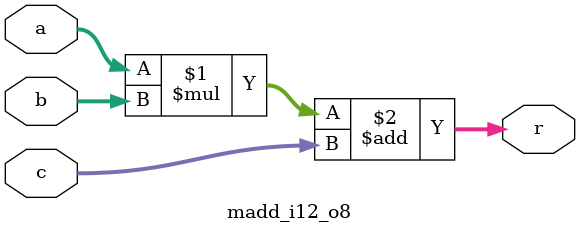
<source format=v>
module madd_i12_o8 (a, b, c, r);
input [3:0] a, b, c;
output [7:0] r;


assign r = (a * b) + c;

endmodule  

</source>
